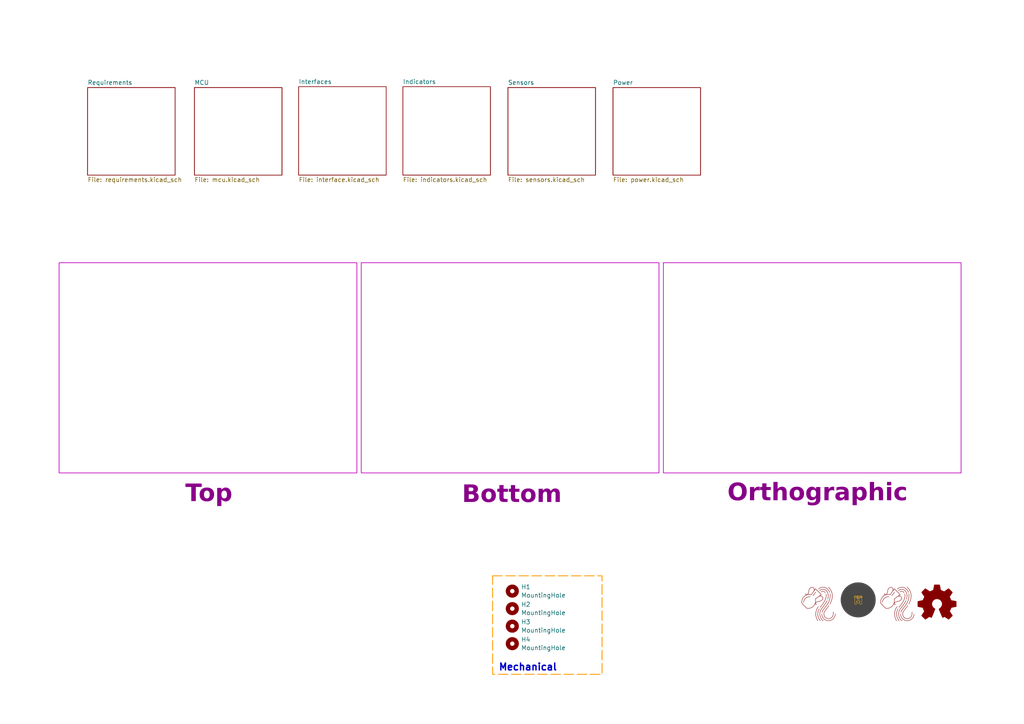
<source format=kicad_sch>
(kicad_sch (version 20250114) (generator "eeschema") (generator_version "9.0")
  (paper "A4")
  (title_block (title "Environment Module") (date "<<release-date>>") (rev "<<tag>>") (comment 1 "<<hash>>"))
  (lib_symbols
    (symbol "CRGM Logos:Aquarius Logo")
    (symbol "CRGM Logos:CRGM Logo")
    (symbol "Graphic:Logo_Open_Hardware_Small" (in_bom no) (on_board no))
    (symbol "Mechanical:MountingHole" (pin_names (offset 1.016)) (in_bom no)
      (property "Reference" "H" (at 0 5.08 0))
      (property "Value" "MountingHole" (at 0 3.175 0))
    )
  )
  (rectangle (start 142.875 167.005) (end 174.625 195.58) (stroke (width 0.254) (type dash) (color 255 153 0 1)))
  (rectangle (start 17.145 76.2) (end 103.505 137.16) (stroke (width 0.2) (color 194 0 194 1)))
  (rectangle (start 104.775 76.2) (end 191.135 137.16) (stroke (width 0.2) (color 194 0 194 1)))
  (rectangle (start 192.405 76.2) (end 278.765 137.16) (stroke (width 0.2) (color 194 0 194 1)))
  (text "Mechanical" (at 144.526 194.818 0) (effects (font (size 2 2) (thickness 0.4) (bold yes)) (justify left bottom)))
  (text "Bottom" (at 148.463 145.034 0) (effects (font (size 5 5) (bold yes))))
  (text "Orthographic" (at 237.109 144.526 0) (effects (font (size 5 5) (bold yes))))
  (text "Top" (at 60.579 144.78 0) (effects (font (size 5 5) (bold yes))))
  (symbol (lib_id "Mechanical:MountingHole") (at 148.59 171.45 0) (unit 1) (in_bom no)
    (property "Reference" "H1" (at 151.13 170.2378 0) (effects (justify left)))
    (property "Value" "MountingHole" (at 157.6213 172.6621 0))
    (property "Description" "Mounting Hole without connection" (effects (hide yes)))
  )
  (symbol (lib_id "CRGM Logos:Aquarius Logo") (at 260.35 175.26 0) (unit 1)
    (property "Reference" "LOGO3" (effects (hide yes)))
    (property "Footprint" "CRGM Logos:Aquarius Logo 5mm" (effects (hide yes)))
  )
  (symbol (lib_id "Mechanical:MountingHole") (at 148.59 181.61 0) (unit 1) (in_bom no)
    (property "Reference" "H3" (at 151.13 180.3978 0) (effects (justify left)))
    (property "Value" "MountingHole" (at 157.6213 182.8221 0))
    (property "Description" "Mounting Hole without connection" (effects (hide yes)))
  )
  (symbol (lib_id "Graphic:Logo_Open_Hardware_Small") (at 271.78 175.26 0) (unit 1) (in_bom no) (on_board no)
    (property "Reference" "LOGO4" (effects (hide yes)))
    (property "Value" "Logo_Open_Hardware_Small" (effects (hide yes)))
    (property "Description" "Open Hardware logo, small" (effects (hide yes)))
    (property "Sim.Enable" "0" (at 278.6935 174.625 0))
  )
  (symbol (lib_id "Mechanical:MountingHole") (at 148.59 176.53 0) (unit 1) (in_bom no)
    (property "Reference" "H2" (at 151.13 175.3178 0) (effects (justify left)))
    (property "Value" "MountingHole" (at 157.6213 177.7421 0))
    (property "Description" "Mounting Hole without connection" (effects (hide yes)))
  )
  (symbol (lib_id "CRGM Logos:CRGM Logo") (at 248.92 173.99 0) (unit 1)
    (property "Reference" "LOGO1" (effects (hide yes)))
    (property "Footprint" "CRGM Logos:CRGM Logo 10mm" (effects (hide yes)))
  )
  (symbol (lib_id "CRGM Logos:Aquarius Logo") (at 237.49 175.26 0) (unit 1)
    (property "Reference" "LOGO2" (effects (hide yes)))
    (property "Footprint" "CRGM Logos:Aquarius Logo 5mm" (effects (hide yes)))
  )
  (symbol (lib_id "Mechanical:MountingHole") (at 148.59 186.69 0) (unit 1) (in_bom no)
    (property "Reference" "H4" (at 151.13 185.4778 0) (effects (justify left)))
    (property "Value" "MountingHole" (at 157.6213 187.9021 0))
    (property "Description" "Mounting Hole without connection" (effects (hide yes)))
  )
  (sheet (at 147.32 25.4) (size 25.4 25.4) (stroke (width 0.1524))
    (property "Sheetname" "Sensors" (at 147.32 24.6884 0) (effects (justify left bottom)))
    (property "Sheetfile" "sensors.kicad_sch" (at 147.32 51.3846 0) (effects (justify left top)))
  )
  (sheet (at 116.84 25.146) (size 25.4 25.654) (stroke (width 0.1524))
    (property "Sheetname" "Indicators" (at 116.84 24.4344 0) (effects (justify left bottom)))
    (property "Sheetfile" "indicators.kicad_sch" (at 116.84 51.3846 0) (effects (justify left top)))
  )
  (sheet (at 56.388 25.4) (size 25.4 25.4) (stroke (width 0.1524))
    (property "Sheetname" "MCU" (at 56.388 24.6884 0) (effects (justify left bottom)))
    (property "Sheetfile" "mcu.kicad_sch" (at 56.388 51.3846 0) (effects (justify left top)))
  )
  (sheet (at 25.4 25.4) (size 25.4 25.4) (stroke (width 0.1524))
    (property "Sheetname" "Requirements" (at 25.4 24.6884 0) (effects (justify left bottom)))
    (property "Sheetfile" "requirements.kicad_sch" (at 25.4 51.3846 0) (effects (justify left top)))
  )
  (sheet (at 86.614 25.146) (size 25.4 25.654) (stroke (width 0.1524))
    (property "Sheetname" "Interfaces" (at 86.614 24.4344 0) (effects (justify left bottom)))
    (property "Sheetfile" "interface.kicad_sch" (at 86.614 51.3846 0) (effects (justify left top)))
  )
  (sheet (at 177.7915 25.4024) (size 25.4 25.4) (stroke (width 0.1524))
    (property "Sheetname" "Power" (at 177.7915 24.6908 0) (effects (justify left bottom)))
    (property "Sheetfile" "power.kicad_sch" (at 177.7915 51.387 0) (effects (justify left top)))
  )
)
</source>
